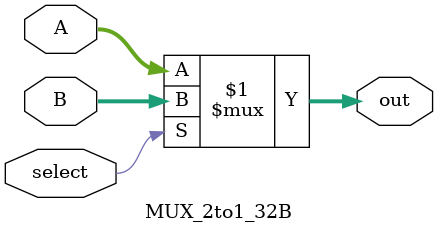
<source format=v>
/* This module is 32 bits 2:1 MUX
Select 0 out A
Select 1 out B
Xuhui Gong	21-09-11
*/
module MUX_2to1_32B(out, A, B, select);
	
	input [31:0] A, B;
	input select;
	output [31:0] out;
	
	assign out = select ? B : A;
	

		
endmodule
</source>
